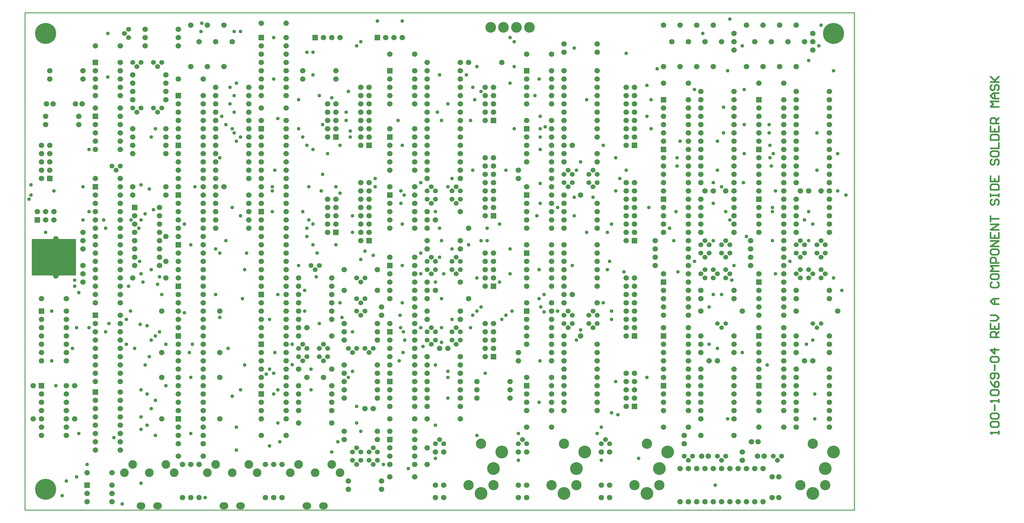
<source format=gts>
%FSLAX25Y25*%
%MOIN*%
G70*
G01*
G75*
G04 Layer_Color=8388736*
%ADD10R,0.53000X0.43500*%
%ADD11C,0.05000*%
%ADD12C,0.01200*%
%ADD13C,0.02500*%
%ADD14C,0.03000*%
%ADD15C,0.04000*%
%ADD16C,0.04500*%
%ADD17C,0.02000*%
%ADD18C,0.01000*%
%ADD19C,0.25000*%
%ADD20C,0.06200*%
%ADD21R,0.06200X0.06200*%
%ADD22R,0.06200X0.06200*%
%ADD23O,0.10000X0.08000*%
%ADD24C,0.10000*%
%ADD25C,0.05500*%
%ADD26C,0.15000*%
%ADD27C,0.12000*%
%ADD28C,0.12500*%
%ADD29C,0.05000*%
%ADD30C,0.04000*%
%ADD31C,0.00800*%
%ADD32C,0.01500*%
%ADD33R,0.53400X0.43900*%
%ADD34C,0.25400*%
%ADD35C,0.06600*%
%ADD36R,0.06600X0.06600*%
%ADD37R,0.06600X0.06600*%
%ADD38O,0.10400X0.08400*%
%ADD39C,0.10400*%
%ADD40O,0.10600X0.08600*%
%ADD41C,0.05900*%
%ADD42C,0.15400*%
%ADD43C,0.12400*%
%ADD44C,0.12900*%
%ADD45C,0.05400*%
%ADD46C,0.04400*%
D17*
X1172900Y91700D02*
Y95032D01*
Y93366D01*
X1162903D01*
X1164569Y91700D01*
Y100031D02*
X1162903Y101697D01*
Y105029D01*
X1164569Y106695D01*
X1171234D01*
X1172900Y105029D01*
Y101697D01*
X1171234Y100031D01*
X1164569D01*
Y110027D02*
X1162903Y111694D01*
Y115026D01*
X1164569Y116692D01*
X1171234D01*
X1172900Y115026D01*
Y111694D01*
X1171234Y110027D01*
X1164569D01*
X1167902Y120024D02*
Y126689D01*
X1172900Y130021D02*
Y133353D01*
Y131687D01*
X1162903D01*
X1164569Y130021D01*
Y138352D02*
X1162903Y140018D01*
Y143350D01*
X1164569Y145016D01*
X1171234D01*
X1172900Y143350D01*
Y140018D01*
X1171234Y138352D01*
X1164569D01*
X1162903Y155013D02*
X1164569Y151681D01*
X1167902Y148348D01*
X1171234D01*
X1172900Y150014D01*
Y153347D01*
X1171234Y155013D01*
X1169568D01*
X1167902Y153347D01*
Y148348D01*
X1171234Y158345D02*
X1172900Y160011D01*
Y163344D01*
X1171234Y165010D01*
X1164569D01*
X1162903Y163344D01*
Y160011D01*
X1164569Y158345D01*
X1166236D01*
X1167902Y160011D01*
Y165010D01*
Y168342D02*
Y175006D01*
X1164569Y178339D02*
X1162903Y180005D01*
Y183337D01*
X1164569Y185003D01*
X1171234D01*
X1172900Y183337D01*
Y180005D01*
X1171234Y178339D01*
X1164569D01*
X1172900Y193334D02*
X1162903D01*
X1167902Y188335D01*
Y195000D01*
X1172900Y208329D02*
X1162903D01*
Y213327D01*
X1164569Y214994D01*
X1167902D01*
X1169568Y213327D01*
Y208329D01*
Y211661D02*
X1172900Y214994D01*
X1162903Y224990D02*
Y218326D01*
X1172900D01*
Y224990D01*
X1167902Y218326D02*
Y221658D01*
X1162903Y228323D02*
X1169568D01*
X1172900Y231655D01*
X1169568Y234987D01*
X1162903D01*
X1172900Y248316D02*
X1166236D01*
X1162903Y251648D01*
X1166236Y254981D01*
X1172900D01*
X1167902D01*
Y248316D01*
X1164569Y274974D02*
X1162903Y273308D01*
Y269976D01*
X1164569Y268310D01*
X1171234D01*
X1172900Y269976D01*
Y273308D01*
X1171234Y274974D01*
X1162903Y283305D02*
Y279973D01*
X1164569Y278306D01*
X1171234D01*
X1172900Y279973D01*
Y283305D01*
X1171234Y284971D01*
X1164569D01*
X1162903Y283305D01*
X1172900Y288303D02*
X1162903D01*
X1166236Y291635D01*
X1162903Y294968D01*
X1172900D01*
Y298300D02*
X1162903D01*
Y303298D01*
X1164569Y304964D01*
X1167902D01*
X1169568Y303298D01*
Y298300D01*
X1162903Y313295D02*
Y309963D01*
X1164569Y308297D01*
X1171234D01*
X1172900Y309963D01*
Y313295D01*
X1171234Y314961D01*
X1164569D01*
X1162903Y313295D01*
X1172900Y318293D02*
X1162903D01*
X1172900Y324958D01*
X1162903D01*
Y334955D02*
Y328290D01*
X1172900D01*
Y334955D01*
X1167902Y328290D02*
Y331623D01*
X1172900Y338287D02*
X1162903D01*
X1172900Y344952D01*
X1162903D01*
Y348284D02*
Y354948D01*
Y351616D01*
X1172900D01*
X1164569Y374942D02*
X1162903Y373276D01*
Y369943D01*
X1164569Y368277D01*
X1166236D01*
X1167902Y369943D01*
Y373276D01*
X1169568Y374942D01*
X1171234D01*
X1172900Y373276D01*
Y369943D01*
X1171234Y368277D01*
X1162903Y378274D02*
Y381606D01*
Y379940D01*
X1172900D01*
Y378274D01*
Y381606D01*
X1162903Y386605D02*
X1172900D01*
Y391603D01*
X1171234Y393269D01*
X1164569D01*
X1162903Y391603D01*
Y386605D01*
Y403266D02*
Y396602D01*
X1172900D01*
Y403266D01*
X1167902Y396602D02*
Y399934D01*
X1164569Y423259D02*
X1162903Y421593D01*
Y418261D01*
X1164569Y416595D01*
X1166236D01*
X1167902Y418261D01*
Y421593D01*
X1169568Y423259D01*
X1171234D01*
X1172900Y421593D01*
Y418261D01*
X1171234Y416595D01*
X1162903Y431590D02*
Y428258D01*
X1164569Y426592D01*
X1171234D01*
X1172900Y428258D01*
Y431590D01*
X1171234Y433256D01*
X1164569D01*
X1162903Y431590D01*
Y436589D02*
X1172900D01*
Y443253D01*
X1162903Y446585D02*
X1172900D01*
Y451584D01*
X1171234Y453250D01*
X1164569D01*
X1162903Y451584D01*
Y446585D01*
Y463247D02*
Y456582D01*
X1172900D01*
Y463247D01*
X1167902Y456582D02*
Y459914D01*
X1172900Y466579D02*
X1162903D01*
Y471577D01*
X1164569Y473243D01*
X1167902D01*
X1169568Y471577D01*
Y466579D01*
Y469911D02*
X1172900Y473243D01*
Y486572D02*
X1162903D01*
X1166236Y489905D01*
X1162903Y493237D01*
X1172900D01*
Y496569D02*
X1166236D01*
X1162903Y499901D01*
X1166236Y503234D01*
X1172900D01*
X1167902D01*
Y496569D01*
X1164569Y513231D02*
X1162903Y511564D01*
Y508232D01*
X1164569Y506566D01*
X1166236D01*
X1167902Y508232D01*
Y511564D01*
X1169568Y513231D01*
X1171234D01*
X1172900Y511564D01*
Y508232D01*
X1171234Y506566D01*
X1162903Y516563D02*
X1172900D01*
X1169568D01*
X1162903Y523227D01*
X1167902Y518229D01*
X1172900Y523227D01*
D18*
X-1500Y0D02*
Y600000D01*
X998500Y0D02*
Y600000D01*
X-1500Y0D02*
X998500D01*
X-1500Y600000D02*
X998500D01*
D33*
X33500Y305000D02*
D03*
D34*
X23500Y25000D02*
D03*
Y575000D02*
D03*
X973500D02*
D03*
D35*
X378500Y570000D02*
D03*
X368500D02*
D03*
X358500D02*
D03*
X73500Y20000D02*
D03*
X103500Y30000D02*
D03*
Y20000D02*
D03*
Y10000D02*
D03*
X73500D02*
D03*
X103500Y45000D02*
D03*
X73500D02*
D03*
X113500Y142500D02*
D03*
Y132500D02*
D03*
Y122500D02*
D03*
Y112500D02*
D03*
Y102500D02*
D03*
Y92500D02*
D03*
Y82500D02*
D03*
Y72500D02*
D03*
X83500D02*
D03*
Y82500D02*
D03*
Y92500D02*
D03*
Y102500D02*
D03*
Y112500D02*
D03*
Y122500D02*
D03*
Y132500D02*
D03*
X58500Y110000D02*
D03*
Y150000D02*
D03*
X8500D02*
D03*
Y110000D02*
D03*
X18500Y130000D02*
D03*
X48500Y150000D02*
D03*
Y140000D02*
D03*
Y130000D02*
D03*
Y120000D02*
D03*
Y110000D02*
D03*
Y100000D02*
D03*
Y90000D02*
D03*
X18500D02*
D03*
Y100000D02*
D03*
Y110000D02*
D03*
Y120000D02*
D03*
Y140000D02*
D03*
X33500Y360000D02*
D03*
X23500D02*
D03*
X13500D02*
D03*
X23500Y350000D02*
D03*
X33500D02*
D03*
X48500Y255000D02*
D03*
X18500D02*
D03*
X113500Y235000D02*
D03*
Y225000D02*
D03*
Y215000D02*
D03*
Y205000D02*
D03*
Y195000D02*
D03*
Y185000D02*
D03*
Y175000D02*
D03*
Y165000D02*
D03*
X83500D02*
D03*
Y175000D02*
D03*
Y185000D02*
D03*
Y195000D02*
D03*
Y205000D02*
D03*
Y215000D02*
D03*
Y225000D02*
D03*
X18500Y220000D02*
D03*
X48500Y240000D02*
D03*
Y230000D02*
D03*
Y220000D02*
D03*
Y210000D02*
D03*
Y200000D02*
D03*
Y190000D02*
D03*
Y180000D02*
D03*
X18500D02*
D03*
Y190000D02*
D03*
Y200000D02*
D03*
Y210000D02*
D03*
Y230000D02*
D03*
X68500Y285000D02*
D03*
Y275000D02*
D03*
Y325000D02*
D03*
Y335000D02*
D03*
X36000Y327500D02*
D03*
Y282500D02*
D03*
X68500Y315000D02*
D03*
Y295000D02*
D03*
X59563Y490000D02*
D03*
X67437D02*
D03*
X113500Y260000D02*
D03*
Y270000D02*
D03*
Y280000D02*
D03*
Y290000D02*
D03*
Y300000D02*
D03*
Y310000D02*
D03*
Y320000D02*
D03*
Y330000D02*
D03*
Y340000D02*
D03*
Y350000D02*
D03*
Y360000D02*
D03*
Y370000D02*
D03*
Y380000D02*
D03*
Y390000D02*
D03*
X83500Y260000D02*
D03*
Y270000D02*
D03*
Y280000D02*
D03*
Y290000D02*
D03*
Y300000D02*
D03*
Y310000D02*
D03*
Y320000D02*
D03*
Y330000D02*
D03*
Y340000D02*
D03*
Y350000D02*
D03*
Y360000D02*
D03*
Y370000D02*
D03*
Y380000D02*
D03*
Y500000D02*
D03*
X113500D02*
D03*
X83500Y465000D02*
D03*
X113500Y475000D02*
D03*
Y465000D02*
D03*
Y455000D02*
D03*
Y445000D02*
D03*
X83500D02*
D03*
Y455000D02*
D03*
Y435000D02*
D03*
X113500D02*
D03*
X63500Y475000D02*
D03*
X23500D02*
D03*
X63500Y465000D02*
D03*
X23500D02*
D03*
X28500Y520000D02*
D03*
X68500D02*
D03*
X18500Y400000D02*
D03*
X28500Y410000D02*
D03*
X18500D02*
D03*
X28500Y420000D02*
D03*
X18500D02*
D03*
X28500Y430000D02*
D03*
X18500D02*
D03*
X28500Y440000D02*
D03*
X18500D02*
D03*
X32437Y490000D02*
D03*
X24563D02*
D03*
X83500Y530000D02*
D03*
X113500Y540000D02*
D03*
Y530000D02*
D03*
Y520000D02*
D03*
Y510000D02*
D03*
X83500D02*
D03*
Y520000D02*
D03*
X28500Y530000D02*
D03*
X68500D02*
D03*
X208500Y15000D02*
D03*
Y55000D02*
D03*
X188500D02*
D03*
Y15000D02*
D03*
X198500D02*
D03*
Y55000D02*
D03*
X163500Y110000D02*
D03*
Y160000D02*
D03*
X113500Y155000D02*
D03*
X83500D02*
D03*
X213500Y210000D02*
D03*
Y200000D02*
D03*
Y190000D02*
D03*
Y180000D02*
D03*
Y170000D02*
D03*
Y160000D02*
D03*
Y150000D02*
D03*
Y140000D02*
D03*
X183500D02*
D03*
Y150000D02*
D03*
Y160000D02*
D03*
Y170000D02*
D03*
Y180000D02*
D03*
Y190000D02*
D03*
Y200000D02*
D03*
Y130000D02*
D03*
X213500D02*
D03*
Y120000D02*
D03*
X183500D02*
D03*
Y100000D02*
D03*
X213500Y110000D02*
D03*
Y100000D02*
D03*
Y90000D02*
D03*
Y80000D02*
D03*
X183500D02*
D03*
Y90000D02*
D03*
Y65000D02*
D03*
X213500D02*
D03*
X233500Y110000D02*
D03*
Y160000D02*
D03*
X163500Y240000D02*
D03*
Y190000D02*
D03*
X233500Y240000D02*
D03*
Y190000D02*
D03*
X161000Y365000D02*
D03*
Y355000D02*
D03*
Y345000D02*
D03*
Y335000D02*
D03*
Y325000D02*
D03*
Y315000D02*
D03*
Y305000D02*
D03*
Y295000D02*
D03*
X131000D02*
D03*
Y305000D02*
D03*
Y315000D02*
D03*
Y325000D02*
D03*
Y335000D02*
D03*
Y345000D02*
D03*
Y355000D02*
D03*
X168500Y280000D02*
D03*
X128500D02*
D03*
X183500Y340000D02*
D03*
X213500D02*
D03*
X183500Y330000D02*
D03*
X213500D02*
D03*
X183500Y310000D02*
D03*
X213500Y320000D02*
D03*
Y310000D02*
D03*
Y300000D02*
D03*
Y290000D02*
D03*
X183500D02*
D03*
Y300000D02*
D03*
X228500Y350000D02*
D03*
X268500D02*
D03*
X228500Y360000D02*
D03*
X268500D02*
D03*
X183500Y260000D02*
D03*
X213500Y270000D02*
D03*
Y260000D02*
D03*
Y250000D02*
D03*
Y240000D02*
D03*
X183500D02*
D03*
Y250000D02*
D03*
Y230000D02*
D03*
X213500D02*
D03*
Y280000D02*
D03*
X183500D02*
D03*
X213500Y220000D02*
D03*
X183500D02*
D03*
X113500Y250000D02*
D03*
X83500D02*
D03*
X168500Y390000D02*
D03*
X128500D02*
D03*
Y430000D02*
D03*
X168500D02*
D03*
Y440000D02*
D03*
X128500D02*
D03*
X168500Y450000D02*
D03*
X128500D02*
D03*
Y460000D02*
D03*
X168500D02*
D03*
Y495000D02*
D03*
X128500D02*
D03*
Y505000D02*
D03*
X168500D02*
D03*
Y515000D02*
D03*
X128500D02*
D03*
X213500Y520000D02*
D03*
X183500D02*
D03*
Y490000D02*
D03*
X213500Y500000D02*
D03*
Y490000D02*
D03*
Y480000D02*
D03*
Y470000D02*
D03*
X183500D02*
D03*
Y480000D02*
D03*
Y460000D02*
D03*
X213500D02*
D03*
Y450000D02*
D03*
X183500D02*
D03*
Y430000D02*
D03*
X213500Y440000D02*
D03*
Y430000D02*
D03*
Y420000D02*
D03*
Y410000D02*
D03*
X183500D02*
D03*
Y420000D02*
D03*
Y400000D02*
D03*
X213500D02*
D03*
X228500Y430000D02*
D03*
X268500D02*
D03*
X228500Y400000D02*
D03*
X268500D02*
D03*
X228500Y480000D02*
D03*
X268500D02*
D03*
X183500Y370000D02*
D03*
X213500Y380000D02*
D03*
Y370000D02*
D03*
Y360000D02*
D03*
Y350000D02*
D03*
X183500D02*
D03*
Y360000D02*
D03*
X228500Y390000D02*
D03*
X238500D02*
D03*
X113500Y485000D02*
D03*
X83500D02*
D03*
X113500Y400000D02*
D03*
X83500D02*
D03*
X128500Y380000D02*
D03*
X168500D02*
D03*
X213500Y390000D02*
D03*
X183500D02*
D03*
X128500Y525000D02*
D03*
X168500D02*
D03*
X143500Y580000D02*
D03*
X183500D02*
D03*
X143500Y570000D02*
D03*
X183500D02*
D03*
X143500Y560000D02*
D03*
X183500D02*
D03*
X248500Y565000D02*
D03*
X238500Y535000D02*
D03*
Y585000D02*
D03*
X228500Y565000D02*
D03*
X218500Y535000D02*
D03*
Y585000D02*
D03*
X208500Y565000D02*
D03*
X198500Y535000D02*
D03*
Y585000D02*
D03*
X113500Y560000D02*
D03*
X83500D02*
D03*
X388500Y35000D02*
D03*
X428500D02*
D03*
X388500Y25000D02*
D03*
X428500D02*
D03*
X288500Y55000D02*
D03*
Y15000D02*
D03*
X308500D02*
D03*
Y55000D02*
D03*
X298500D02*
D03*
Y15000D02*
D03*
X328500Y105000D02*
D03*
X368500D02*
D03*
Y120000D02*
D03*
X328500D02*
D03*
X383500Y95000D02*
D03*
X423500D02*
D03*
X383500Y165000D02*
D03*
X423500D02*
D03*
X383500Y135000D02*
D03*
X423500D02*
D03*
X383500Y145000D02*
D03*
X423500D02*
D03*
X283500Y150000D02*
D03*
X313500D02*
D03*
Y90000D02*
D03*
X283500D02*
D03*
X313500Y160000D02*
D03*
X283500D02*
D03*
Y130000D02*
D03*
X313500Y140000D02*
D03*
Y130000D02*
D03*
Y120000D02*
D03*
Y110000D02*
D03*
X283500D02*
D03*
Y120000D02*
D03*
Y190000D02*
D03*
X313500Y200000D02*
D03*
Y190000D02*
D03*
Y180000D02*
D03*
Y170000D02*
D03*
X283500D02*
D03*
Y180000D02*
D03*
X368500Y150000D02*
D03*
X328500D02*
D03*
X338500Y160000D02*
D03*
X358500D02*
D03*
X328500Y170000D02*
D03*
X368500D02*
D03*
X328500Y210000D02*
D03*
X368500D02*
D03*
X383500Y205000D02*
D03*
X423500D02*
D03*
X368500Y140000D02*
D03*
X328500D02*
D03*
Y130000D02*
D03*
X368500D02*
D03*
X408500Y122500D02*
D03*
X418500D02*
D03*
X283500Y210000D02*
D03*
X313500D02*
D03*
X328500Y270000D02*
D03*
X368500D02*
D03*
Y260000D02*
D03*
X328500D02*
D03*
Y250000D02*
D03*
X368500D02*
D03*
Y240000D02*
D03*
X328500D02*
D03*
Y230000D02*
D03*
X368500D02*
D03*
X283500Y270000D02*
D03*
X313500D02*
D03*
Y220000D02*
D03*
X283500D02*
D03*
Y250000D02*
D03*
X313500Y260000D02*
D03*
Y250000D02*
D03*
Y240000D02*
D03*
Y230000D02*
D03*
X283500D02*
D03*
Y240000D02*
D03*
Y280000D02*
D03*
X313500D02*
D03*
Y360000D02*
D03*
Y350000D02*
D03*
Y340000D02*
D03*
Y330000D02*
D03*
Y320000D02*
D03*
Y310000D02*
D03*
Y300000D02*
D03*
Y290000D02*
D03*
X283500D02*
D03*
Y300000D02*
D03*
Y310000D02*
D03*
Y320000D02*
D03*
Y330000D02*
D03*
Y340000D02*
D03*
Y350000D02*
D03*
X363500Y335000D02*
D03*
X373500Y345000D02*
D03*
X363500D02*
D03*
X373500Y355000D02*
D03*
X363500D02*
D03*
X373500Y365000D02*
D03*
X363500D02*
D03*
X373500Y375000D02*
D03*
X363500D02*
D03*
X403500Y325000D02*
D03*
X413500Y335000D02*
D03*
X403500D02*
D03*
X413500Y345000D02*
D03*
X403500D02*
D03*
X413500Y355000D02*
D03*
X403500D02*
D03*
X413500Y365000D02*
D03*
X403500D02*
D03*
X413500Y375000D02*
D03*
X403500D02*
D03*
X413500Y385000D02*
D03*
X403500D02*
D03*
X413500Y395000D02*
D03*
X403500D02*
D03*
X338500Y220000D02*
D03*
X328500D02*
D03*
X383500Y290000D02*
D03*
X423500D02*
D03*
X383500Y265000D02*
D03*
X423500D02*
D03*
X383500Y225000D02*
D03*
X423500D02*
D03*
X328500Y280000D02*
D03*
X368500D02*
D03*
X383500Y215000D02*
D03*
X423500D02*
D03*
X268500Y340000D02*
D03*
X228500D02*
D03*
X373500Y520000D02*
D03*
X333500D02*
D03*
X313500Y370000D02*
D03*
X283500D02*
D03*
X313500Y470000D02*
D03*
X283500D02*
D03*
Y380000D02*
D03*
X313500D02*
D03*
Y460000D02*
D03*
Y450000D02*
D03*
Y440000D02*
D03*
Y430000D02*
D03*
Y420000D02*
D03*
Y410000D02*
D03*
Y400000D02*
D03*
Y390000D02*
D03*
X283500D02*
D03*
Y400000D02*
D03*
Y410000D02*
D03*
Y420000D02*
D03*
Y430000D02*
D03*
Y440000D02*
D03*
Y450000D02*
D03*
X363500D02*
D03*
X373500Y460000D02*
D03*
X363500D02*
D03*
X373500Y470000D02*
D03*
X363500D02*
D03*
X373500Y480000D02*
D03*
X363500D02*
D03*
X373500Y490000D02*
D03*
X363500D02*
D03*
X403500Y440000D02*
D03*
X413500Y450000D02*
D03*
X403500D02*
D03*
X413500Y460000D02*
D03*
X403500D02*
D03*
X413500Y470000D02*
D03*
X403500D02*
D03*
X413500Y480000D02*
D03*
X403500D02*
D03*
X413500Y490000D02*
D03*
X403500D02*
D03*
X413500Y500000D02*
D03*
X403500D02*
D03*
X413500Y510000D02*
D03*
X403500D02*
D03*
X283500Y485000D02*
D03*
X313500D02*
D03*
X268500Y440000D02*
D03*
X228500D02*
D03*
X268500Y450000D02*
D03*
X228500D02*
D03*
X268500Y410000D02*
D03*
X228500D02*
D03*
X268500Y420000D02*
D03*
X228500D02*
D03*
X268500Y500000D02*
D03*
X228500D02*
D03*
X268500Y510000D02*
D03*
X228500D02*
D03*
X268500Y490000D02*
D03*
X228500D02*
D03*
X268500Y470000D02*
D03*
X228500D02*
D03*
X268500Y460000D02*
D03*
X228500D02*
D03*
X268500Y370000D02*
D03*
X228500D02*
D03*
X268500Y380000D02*
D03*
X228500D02*
D03*
X313500Y587500D02*
D03*
X283500D02*
D03*
X373500Y530000D02*
D03*
X333500D02*
D03*
X313500Y570000D02*
D03*
Y560000D02*
D03*
Y550000D02*
D03*
Y540000D02*
D03*
Y530000D02*
D03*
Y520000D02*
D03*
Y510000D02*
D03*
Y500000D02*
D03*
X283500D02*
D03*
Y510000D02*
D03*
Y520000D02*
D03*
Y530000D02*
D03*
Y540000D02*
D03*
Y550000D02*
D03*
Y560000D02*
D03*
X468500Y40000D02*
D03*
X438500D02*
D03*
X493500Y15000D02*
D03*
X503500D02*
D03*
X493500Y30000D02*
D03*
Y70000D02*
D03*
X483500Y175000D02*
D03*
X523500D02*
D03*
Y185000D02*
D03*
X483500D02*
D03*
X508500Y195000D02*
D03*
X498500D02*
D03*
X483500Y110000D02*
D03*
X523500D02*
D03*
X543500Y135000D02*
D03*
X583500D02*
D03*
X543500Y145000D02*
D03*
X583500D02*
D03*
X423500Y85000D02*
D03*
X383500D02*
D03*
X423500Y175000D02*
D03*
X383500D02*
D03*
X423500Y155000D02*
D03*
X383500D02*
D03*
X523500D02*
D03*
X483500D02*
D03*
Y145000D02*
D03*
X523500D02*
D03*
Y125000D02*
D03*
X483500D02*
D03*
X523500Y135000D02*
D03*
X483500D02*
D03*
X438500Y95000D02*
D03*
X468500D02*
D03*
X438500Y75000D02*
D03*
X468500Y85000D02*
D03*
Y75000D02*
D03*
Y65000D02*
D03*
Y55000D02*
D03*
X438500D02*
D03*
Y65000D02*
D03*
Y145000D02*
D03*
X468500Y155000D02*
D03*
Y145000D02*
D03*
Y135000D02*
D03*
Y125000D02*
D03*
X438500D02*
D03*
Y135000D02*
D03*
X468500Y165000D02*
D03*
X438500D02*
D03*
Y110000D02*
D03*
X468500D02*
D03*
X523500Y165000D02*
D03*
X483500D02*
D03*
X438500Y175000D02*
D03*
X468500D02*
D03*
X553500Y185000D02*
D03*
X563500Y195000D02*
D03*
X553500D02*
D03*
X563500Y205000D02*
D03*
X553500D02*
D03*
X563500Y215000D02*
D03*
X553500D02*
D03*
X563500Y225000D02*
D03*
X553500D02*
D03*
X483500Y75000D02*
D03*
Y55000D02*
D03*
X503500Y70000D02*
D03*
Y30000D02*
D03*
X543500Y155000D02*
D03*
X583500D02*
D03*
X468500Y245000D02*
D03*
X428500D02*
D03*
X468500Y235000D02*
D03*
X428500D02*
D03*
X468500Y225000D02*
D03*
X438500D02*
D03*
X483500Y230000D02*
D03*
X523500D02*
D03*
X483500Y340000D02*
D03*
X533500D02*
D03*
X523500Y240000D02*
D03*
X483500D02*
D03*
Y275000D02*
D03*
X523500D02*
D03*
X483500Y315000D02*
D03*
X523500D02*
D03*
X468500Y305000D02*
D03*
X438500D02*
D03*
Y285000D02*
D03*
X468500Y295000D02*
D03*
Y285000D02*
D03*
Y275000D02*
D03*
Y265000D02*
D03*
X438500D02*
D03*
Y275000D02*
D03*
Y255000D02*
D03*
X468500D02*
D03*
X523500Y325000D02*
D03*
X483500D02*
D03*
Y350000D02*
D03*
X493500D02*
D03*
X483500Y360000D02*
D03*
X523500D02*
D03*
X438500Y205000D02*
D03*
X468500Y215000D02*
D03*
Y205000D02*
D03*
Y195000D02*
D03*
Y185000D02*
D03*
X438500D02*
D03*
Y195000D02*
D03*
X553500Y270000D02*
D03*
X563500Y280000D02*
D03*
X553500D02*
D03*
X563500Y290000D02*
D03*
X553500D02*
D03*
X563500Y300000D02*
D03*
X553500D02*
D03*
X563500Y310000D02*
D03*
X553500D02*
D03*
X438500Y340000D02*
D03*
X468500D02*
D03*
X553500Y355000D02*
D03*
X563500Y365000D02*
D03*
X553500D02*
D03*
X563500Y375000D02*
D03*
X553500D02*
D03*
X563500Y385000D02*
D03*
X553500D02*
D03*
X563500Y395000D02*
D03*
X553500D02*
D03*
X563500Y405000D02*
D03*
X553500D02*
D03*
X563500Y415000D02*
D03*
X553500D02*
D03*
X563500Y425000D02*
D03*
X553500D02*
D03*
X483500Y255000D02*
D03*
X533500D02*
D03*
X493500Y265000D02*
D03*
X483500D02*
D03*
Y490000D02*
D03*
X523500D02*
D03*
Y500000D02*
D03*
X483500D02*
D03*
Y400000D02*
D03*
X523500D02*
D03*
X468500Y390000D02*
D03*
X438500D02*
D03*
Y370000D02*
D03*
X468500Y380000D02*
D03*
Y370000D02*
D03*
Y360000D02*
D03*
Y350000D02*
D03*
X438500D02*
D03*
Y360000D02*
D03*
X523500Y480000D02*
D03*
X483500D02*
D03*
X523500Y470000D02*
D03*
X483500D02*
D03*
X523500Y460000D02*
D03*
X483500D02*
D03*
X523500Y450000D02*
D03*
X483500D02*
D03*
Y410000D02*
D03*
X523500D02*
D03*
X483500Y420000D02*
D03*
X523500D02*
D03*
Y440000D02*
D03*
X483500D02*
D03*
X523500Y430000D02*
D03*
X483500D02*
D03*
X468500Y460000D02*
D03*
X438500D02*
D03*
Y440000D02*
D03*
X468500Y450000D02*
D03*
Y440000D02*
D03*
Y430000D02*
D03*
Y420000D02*
D03*
X438500D02*
D03*
Y430000D02*
D03*
Y410000D02*
D03*
X468500D02*
D03*
X553500Y470000D02*
D03*
X563500Y480000D02*
D03*
X553500D02*
D03*
X563500Y490000D02*
D03*
X553500D02*
D03*
X563500Y500000D02*
D03*
X553500D02*
D03*
X563500Y510000D02*
D03*
X553500D02*
D03*
X438500Y490000D02*
D03*
X468500D02*
D03*
X523500Y520000D02*
D03*
X483500D02*
D03*
X523500Y510000D02*
D03*
X483500D02*
D03*
X453500Y570000D02*
D03*
X443500D02*
D03*
X433500D02*
D03*
X438500Y520000D02*
D03*
X468500Y530000D02*
D03*
Y520000D02*
D03*
Y510000D02*
D03*
Y500000D02*
D03*
X438500D02*
D03*
Y510000D02*
D03*
X468500Y550000D02*
D03*
X438500D02*
D03*
X523500Y530000D02*
D03*
X483500D02*
D03*
X523500Y540000D02*
D03*
X483500D02*
D03*
X593500Y15000D02*
D03*
X603500D02*
D03*
X593500Y30000D02*
D03*
Y70000D02*
D03*
X693500Y30000D02*
D03*
Y70000D02*
D03*
Y15000D02*
D03*
X703500D02*
D03*
X648500Y160000D02*
D03*
X688500D02*
D03*
X593500Y180000D02*
D03*
X633500D02*
D03*
Y190000D02*
D03*
X593500D02*
D03*
X688500D02*
D03*
X648500D02*
D03*
X688500Y180000D02*
D03*
X648500D02*
D03*
X688500Y150000D02*
D03*
X648500D02*
D03*
X603500Y140000D02*
D03*
X633500Y150000D02*
D03*
Y140000D02*
D03*
Y130000D02*
D03*
Y120000D02*
D03*
X603500D02*
D03*
Y130000D02*
D03*
Y100000D02*
D03*
X633500D02*
D03*
Y160000D02*
D03*
X603500D02*
D03*
X648500Y210000D02*
D03*
X668500D02*
D03*
X688500Y200000D02*
D03*
X648500D02*
D03*
X603500D02*
D03*
X633500D02*
D03*
X603500Y70000D02*
D03*
Y30000D02*
D03*
X703500Y70000D02*
D03*
Y30000D02*
D03*
X688500Y120000D02*
D03*
X648500D02*
D03*
X688500Y130000D02*
D03*
X648500D02*
D03*
X688500Y140000D02*
D03*
X648500D02*
D03*
Y170000D02*
D03*
X688500D02*
D03*
X603500Y300000D02*
D03*
X633500Y310000D02*
D03*
Y300000D02*
D03*
Y290000D02*
D03*
Y280000D02*
D03*
X603500D02*
D03*
Y290000D02*
D03*
X688500Y360000D02*
D03*
X648500D02*
D03*
X688500Y340000D02*
D03*
X648500D02*
D03*
X688500Y350000D02*
D03*
X648500D02*
D03*
X603500Y340000D02*
D03*
X633500D02*
D03*
X648500Y300000D02*
D03*
X688500D02*
D03*
Y290000D02*
D03*
X648500D02*
D03*
X688500Y280000D02*
D03*
X648500D02*
D03*
X688500Y310000D02*
D03*
X648500D02*
D03*
Y270000D02*
D03*
X688500D02*
D03*
X648500Y260000D02*
D03*
X658500D02*
D03*
X648500Y250000D02*
D03*
X688500D02*
D03*
X648500Y320000D02*
D03*
X688500D02*
D03*
X603500Y270000D02*
D03*
X633500D02*
D03*
Y250000D02*
D03*
X603500D02*
D03*
Y230000D02*
D03*
X633500Y240000D02*
D03*
Y230000D02*
D03*
Y220000D02*
D03*
Y210000D02*
D03*
X603500D02*
D03*
Y220000D02*
D03*
X633500Y320000D02*
D03*
X603500D02*
D03*
X688500Y370000D02*
D03*
X648500D02*
D03*
X668500Y380000D02*
D03*
X648500D02*
D03*
Y420000D02*
D03*
X688500D02*
D03*
X648500Y440000D02*
D03*
X658500D02*
D03*
X648500Y430000D02*
D03*
X688500D02*
D03*
Y450000D02*
D03*
X648500D02*
D03*
X688500Y460000D02*
D03*
X648500D02*
D03*
X688500Y470000D02*
D03*
X648500D02*
D03*
X593500Y410000D02*
D03*
X633500D02*
D03*
X603500Y420000D02*
D03*
X633500D02*
D03*
X603500Y450000D02*
D03*
X633500Y460000D02*
D03*
Y450000D02*
D03*
Y440000D02*
D03*
Y430000D02*
D03*
X603500D02*
D03*
Y440000D02*
D03*
X633500Y470000D02*
D03*
X603500D02*
D03*
X593500Y400000D02*
D03*
X633500D02*
D03*
Y390000D02*
D03*
X603500D02*
D03*
Y370000D02*
D03*
X633500Y380000D02*
D03*
Y370000D02*
D03*
Y360000D02*
D03*
Y350000D02*
D03*
X603500D02*
D03*
Y360000D02*
D03*
X688500Y480000D02*
D03*
X648500D02*
D03*
X603500Y490000D02*
D03*
X633500D02*
D03*
X688500Y520000D02*
D03*
X648500D02*
D03*
X688500Y510000D02*
D03*
X648500D02*
D03*
X688500Y500000D02*
D03*
X648500D02*
D03*
X688500Y490000D02*
D03*
X648500D02*
D03*
X573500Y540000D02*
D03*
X533500D02*
D03*
X688500Y552500D02*
D03*
X648500D02*
D03*
X688500Y562500D02*
D03*
X648500D02*
D03*
X633500Y550000D02*
D03*
X603500D02*
D03*
Y520000D02*
D03*
X633500Y530000D02*
D03*
Y520000D02*
D03*
Y510000D02*
D03*
Y500000D02*
D03*
X603500D02*
D03*
Y510000D02*
D03*
X648500Y530000D02*
D03*
X688500D02*
D03*
X838500Y50000D02*
D03*
Y10000D02*
D03*
X858500D02*
D03*
Y50000D02*
D03*
X828500Y10000D02*
D03*
Y50000D02*
D03*
X808500Y10000D02*
D03*
Y50000D02*
D03*
X798500Y10000D02*
D03*
Y50000D02*
D03*
X788500Y10000D02*
D03*
Y50000D02*
D03*
X848500D02*
D03*
Y10000D02*
D03*
X868500Y50000D02*
D03*
Y10000D02*
D03*
X878500Y50000D02*
D03*
Y10000D02*
D03*
X818500Y50000D02*
D03*
Y10000D02*
D03*
X793500Y90000D02*
D03*
Y80000D02*
D03*
X723500Y210000D02*
D03*
X733500Y220000D02*
D03*
X723500D02*
D03*
X733500Y230000D02*
D03*
X723500D02*
D03*
X733500Y240000D02*
D03*
X723500D02*
D03*
X733500Y250000D02*
D03*
X723500D02*
D03*
X733500Y260000D02*
D03*
X723500D02*
D03*
X733500Y270000D02*
D03*
X723500D02*
D03*
X733500Y280000D02*
D03*
X723500D02*
D03*
Y125000D02*
D03*
X733500Y135000D02*
D03*
X723500D02*
D03*
X733500Y145000D02*
D03*
X723500D02*
D03*
X733500Y155000D02*
D03*
X723500D02*
D03*
X733500Y165000D02*
D03*
X723500D02*
D03*
X853500Y210000D02*
D03*
X813500D02*
D03*
X853500Y200000D02*
D03*
X813500D02*
D03*
X853500Y190000D02*
D03*
X813500D02*
D03*
X768500Y100000D02*
D03*
X798500D02*
D03*
X822437Y65000D02*
D03*
X814563D02*
D03*
X768500Y200000D02*
D03*
X798500Y210000D02*
D03*
Y200000D02*
D03*
Y190000D02*
D03*
Y180000D02*
D03*
X768500D02*
D03*
Y190000D02*
D03*
Y170000D02*
D03*
X798500D02*
D03*
Y160000D02*
D03*
X768500D02*
D03*
X853500Y170000D02*
D03*
X813500D02*
D03*
X853500Y160000D02*
D03*
X813500D02*
D03*
Y150000D02*
D03*
X853500D02*
D03*
X813500Y140000D02*
D03*
X853500D02*
D03*
Y130000D02*
D03*
X813500D02*
D03*
X853500Y120000D02*
D03*
X813500D02*
D03*
Y110000D02*
D03*
X853500D02*
D03*
X768500Y140000D02*
D03*
X798500Y150000D02*
D03*
Y140000D02*
D03*
Y130000D02*
D03*
Y120000D02*
D03*
X768500D02*
D03*
Y130000D02*
D03*
X883500Y100000D02*
D03*
X913500D02*
D03*
X883500Y140000D02*
D03*
X913500Y150000D02*
D03*
Y140000D02*
D03*
Y130000D02*
D03*
Y120000D02*
D03*
X883500D02*
D03*
Y130000D02*
D03*
Y170000D02*
D03*
X913500D02*
D03*
X883500Y200000D02*
D03*
X913500Y210000D02*
D03*
Y200000D02*
D03*
Y190000D02*
D03*
Y180000D02*
D03*
X883500D02*
D03*
Y190000D02*
D03*
X863500Y70000D02*
D03*
Y60000D02*
D03*
X823500Y180000D02*
D03*
X833500D02*
D03*
X882437Y82500D02*
D03*
X874563D02*
D03*
X813500Y90000D02*
D03*
X853500D02*
D03*
Y255000D02*
D03*
X813500D02*
D03*
X863500Y240000D02*
D03*
X813500D02*
D03*
X758500Y325000D02*
D03*
X798500D02*
D03*
Y315000D02*
D03*
X758500D02*
D03*
X873500Y325000D02*
D03*
X913500D02*
D03*
X798500Y295000D02*
D03*
X758500D02*
D03*
X798500Y305000D02*
D03*
X758500D02*
D03*
X813500Y335000D02*
D03*
X853500D02*
D03*
X813500Y265000D02*
D03*
X853500D02*
D03*
X798500Y285000D02*
D03*
X768500D02*
D03*
Y265000D02*
D03*
X798500Y275000D02*
D03*
Y265000D02*
D03*
Y255000D02*
D03*
Y245000D02*
D03*
X768500D02*
D03*
Y255000D02*
D03*
Y235000D02*
D03*
X798500D02*
D03*
Y220000D02*
D03*
X768500D02*
D03*
Y335000D02*
D03*
X798500D02*
D03*
X883500Y265000D02*
D03*
X913500Y275000D02*
D03*
Y265000D02*
D03*
Y255000D02*
D03*
Y245000D02*
D03*
X883500D02*
D03*
Y255000D02*
D03*
Y235000D02*
D03*
X913500D02*
D03*
X853500Y365000D02*
D03*
X813500D02*
D03*
X853500Y355000D02*
D03*
X813500D02*
D03*
X853500Y345000D02*
D03*
X813500D02*
D03*
X883500Y335000D02*
D03*
X913500D02*
D03*
X723500Y325000D02*
D03*
X733500Y335000D02*
D03*
X723500D02*
D03*
X733500Y345000D02*
D03*
X723500D02*
D03*
X733500Y355000D02*
D03*
X723500D02*
D03*
X733500Y365000D02*
D03*
X723500D02*
D03*
X733500Y375000D02*
D03*
X723500D02*
D03*
X733500Y385000D02*
D03*
X723500D02*
D03*
X733500Y395000D02*
D03*
X723500D02*
D03*
X883500Y455000D02*
D03*
X913500D02*
D03*
X853500Y395000D02*
D03*
X813500D02*
D03*
X843500Y385000D02*
D03*
X853500D02*
D03*
X813500Y405000D02*
D03*
X853500D02*
D03*
Y415000D02*
D03*
X813500D02*
D03*
Y425000D02*
D03*
X853500D02*
D03*
Y435000D02*
D03*
X813500D02*
D03*
X853500Y445000D02*
D03*
X813500D02*
D03*
X853500Y455000D02*
D03*
X813500D02*
D03*
X853500Y475000D02*
D03*
X813500D02*
D03*
X853500Y485000D02*
D03*
X813500D02*
D03*
X853500Y495000D02*
D03*
X813500D02*
D03*
X853500Y505000D02*
D03*
X813500D02*
D03*
X768500Y365000D02*
D03*
X798500Y375000D02*
D03*
Y365000D02*
D03*
Y355000D02*
D03*
Y345000D02*
D03*
X768500D02*
D03*
Y355000D02*
D03*
X798500Y385000D02*
D03*
X768500D02*
D03*
Y395000D02*
D03*
X798500D02*
D03*
X768500Y425000D02*
D03*
X798500Y435000D02*
D03*
Y425000D02*
D03*
Y415000D02*
D03*
Y405000D02*
D03*
X768500D02*
D03*
Y415000D02*
D03*
X798500Y445000D02*
D03*
X768500D02*
D03*
Y455000D02*
D03*
X798500D02*
D03*
X768500Y485000D02*
D03*
X798500Y495000D02*
D03*
Y485000D02*
D03*
Y475000D02*
D03*
Y465000D02*
D03*
X768500D02*
D03*
Y475000D02*
D03*
X798500Y515000D02*
D03*
X768500D02*
D03*
X853500Y375000D02*
D03*
X813500D02*
D03*
X883500Y485000D02*
D03*
X913500Y495000D02*
D03*
Y485000D02*
D03*
Y475000D02*
D03*
Y465000D02*
D03*
X883500D02*
D03*
Y475000D02*
D03*
Y425000D02*
D03*
X913500Y435000D02*
D03*
Y425000D02*
D03*
Y415000D02*
D03*
Y405000D02*
D03*
X883500D02*
D03*
Y415000D02*
D03*
Y395000D02*
D03*
X913500D02*
D03*
X883500Y365000D02*
D03*
X913500Y375000D02*
D03*
Y365000D02*
D03*
Y355000D02*
D03*
Y345000D02*
D03*
X883500D02*
D03*
Y355000D02*
D03*
X723500Y440000D02*
D03*
X733500Y450000D02*
D03*
X723500D02*
D03*
X733500Y460000D02*
D03*
X723500D02*
D03*
X733500Y470000D02*
D03*
X723500D02*
D03*
X733500Y480000D02*
D03*
X723500D02*
D03*
X733500Y490000D02*
D03*
X723500D02*
D03*
X733500Y500000D02*
D03*
X723500D02*
D03*
X733500Y510000D02*
D03*
X723500D02*
D03*
X853500Y465000D02*
D03*
X813500D02*
D03*
X828500Y385000D02*
D03*
X818500D02*
D03*
X878500Y565000D02*
D03*
X868500Y535000D02*
D03*
Y585000D02*
D03*
X853500Y575000D02*
D03*
Y565000D02*
D03*
Y555000D02*
D03*
X838500Y565000D02*
D03*
X828500Y535000D02*
D03*
Y585000D02*
D03*
X818500Y565000D02*
D03*
X808500Y535000D02*
D03*
Y585000D02*
D03*
X798500Y565000D02*
D03*
X788500Y535000D02*
D03*
Y585000D02*
D03*
X778500Y565000D02*
D03*
X768500Y535000D02*
D03*
Y585000D02*
D03*
X907437Y15000D02*
D03*
X899563D02*
D03*
X907437Y40000D02*
D03*
X899563D02*
D03*
X888500Y10000D02*
D03*
Y50000D02*
D03*
X968500Y210000D02*
D03*
X928500D02*
D03*
X968500Y200000D02*
D03*
X928500D02*
D03*
X968500Y190000D02*
D03*
X928500D02*
D03*
X889937Y65000D02*
D03*
X882063D02*
D03*
X968500Y170000D02*
D03*
X928500D02*
D03*
X968500Y160000D02*
D03*
X928500D02*
D03*
Y150000D02*
D03*
X968500D02*
D03*
X928500Y140000D02*
D03*
X968500D02*
D03*
Y130000D02*
D03*
X928500D02*
D03*
X968500Y120000D02*
D03*
X928500D02*
D03*
Y100000D02*
D03*
X968500D02*
D03*
X913500Y160000D02*
D03*
X883500D02*
D03*
X938500Y180000D02*
D03*
X948500D02*
D03*
X928500Y110000D02*
D03*
X968500D02*
D03*
X978500Y240000D02*
D03*
X928500D02*
D03*
X968500Y255000D02*
D03*
X928500D02*
D03*
X913500Y315000D02*
D03*
X873500D02*
D03*
X913500Y305000D02*
D03*
X873500D02*
D03*
X913500Y295000D02*
D03*
X873500D02*
D03*
X928500Y335000D02*
D03*
X968500D02*
D03*
X928500Y265000D02*
D03*
X968500D02*
D03*
X913500Y285000D02*
D03*
X883500D02*
D03*
X968500Y365000D02*
D03*
X928500D02*
D03*
X968500Y355000D02*
D03*
X928500D02*
D03*
X968500Y345000D02*
D03*
X928500D02*
D03*
X913500Y220000D02*
D03*
X883500D02*
D03*
X913500Y385000D02*
D03*
X883500D02*
D03*
X913500Y445000D02*
D03*
X883500D02*
D03*
X968500Y395000D02*
D03*
X928500D02*
D03*
X968500Y385000D02*
D03*
X958500D02*
D03*
X933500D02*
D03*
X943500D02*
D03*
X968500Y375000D02*
D03*
X928500D02*
D03*
X913500Y515000D02*
D03*
X883500D02*
D03*
X968500Y505000D02*
D03*
X928500D02*
D03*
X968500Y495000D02*
D03*
X928500D02*
D03*
X968500Y485000D02*
D03*
X928500D02*
D03*
X968500Y475000D02*
D03*
X928500D02*
D03*
X968500Y465000D02*
D03*
X928500D02*
D03*
X968500Y455000D02*
D03*
X928500D02*
D03*
X968500Y445000D02*
D03*
X928500D02*
D03*
X968500Y435000D02*
D03*
X928500D02*
D03*
Y425000D02*
D03*
X968500D02*
D03*
Y415000D02*
D03*
X928500D02*
D03*
Y405000D02*
D03*
X968500D02*
D03*
X918500Y565000D02*
D03*
X908500Y535000D02*
D03*
Y585000D02*
D03*
X938500Y565000D02*
D03*
X928500Y535000D02*
D03*
Y585000D02*
D03*
X898500Y565000D02*
D03*
X888500Y535000D02*
D03*
Y585000D02*
D03*
X948500Y575000D02*
D03*
Y565000D02*
D03*
Y555000D02*
D03*
X168500Y300000D02*
D03*
Y330000D02*
D03*
D36*
X348500Y570000D02*
D03*
X73500Y30000D02*
D03*
X83500Y142500D02*
D03*
X18500Y150000D02*
D03*
X83500Y235000D02*
D03*
X18500Y240000D02*
D03*
X83500Y475000D02*
D03*
Y540000D02*
D03*
X183500Y210000D02*
D03*
Y110000D02*
D03*
X131000Y365000D02*
D03*
X183500Y320000D02*
D03*
Y270000D02*
D03*
Y500000D02*
D03*
Y440000D02*
D03*
Y380000D02*
D03*
X283500Y140000D02*
D03*
Y200000D02*
D03*
Y260000D02*
D03*
Y360000D02*
D03*
Y460000D02*
D03*
Y570000D02*
D03*
X438500Y85000D02*
D03*
Y155000D02*
D03*
Y295000D02*
D03*
Y215000D02*
D03*
Y380000D02*
D03*
Y450000D02*
D03*
X423500Y570000D02*
D03*
X438500Y530000D02*
D03*
X603500Y150000D02*
D03*
Y310000D02*
D03*
Y240000D02*
D03*
Y460000D02*
D03*
Y380000D02*
D03*
Y530000D02*
D03*
X768500Y210000D02*
D03*
Y150000D02*
D03*
X883500D02*
D03*
Y210000D02*
D03*
X768500Y275000D02*
D03*
X883500D02*
D03*
X768500Y375000D02*
D03*
Y435000D02*
D03*
Y495000D02*
D03*
X883500D02*
D03*
Y435000D02*
D03*
Y375000D02*
D03*
D37*
X13500Y350000D02*
D03*
X83500Y390000D02*
D03*
X28500Y400000D02*
D03*
X373500Y335000D02*
D03*
X413500Y325000D02*
D03*
X373500Y450000D02*
D03*
X413500Y440000D02*
D03*
X563500Y185000D02*
D03*
Y270000D02*
D03*
Y355000D02*
D03*
Y470000D02*
D03*
X733500Y210000D02*
D03*
Y125000D02*
D03*
Y325000D02*
D03*
Y440000D02*
D03*
D38*
X158500Y5000D02*
D03*
X138500D02*
D03*
X258500D02*
D03*
X358500D02*
D03*
X338500D02*
D03*
D39*
X118500Y45000D02*
D03*
X178500D02*
D03*
X168500Y55000D02*
D03*
X128500D02*
D03*
X148500Y45000D02*
D03*
X218500D02*
D03*
X278500D02*
D03*
X268500Y55000D02*
D03*
X228500D02*
D03*
X248500Y45000D02*
D03*
X318500D02*
D03*
X378500D02*
D03*
X368500Y55000D02*
D03*
X328500D02*
D03*
X348500Y45000D02*
D03*
D40*
X238500Y5000D02*
D03*
D41*
X153500Y485000D02*
D03*
X158500Y480000D02*
D03*
X163500Y485000D02*
D03*
X128500D02*
D03*
X133500Y480000D02*
D03*
X138500Y485000D02*
D03*
X103500Y415000D02*
D03*
X108500Y410000D02*
D03*
X113500Y415000D02*
D03*
X153500Y540000D02*
D03*
X158500Y535000D02*
D03*
X163500Y540000D02*
D03*
X128500D02*
D03*
X133500Y535000D02*
D03*
X138500Y540000D02*
D03*
X123500Y580000D02*
D03*
X118500Y575000D02*
D03*
X123500Y570000D02*
D03*
X393500Y60000D02*
D03*
X398500Y55000D02*
D03*
X403500Y60000D02*
D03*
X363500Y195000D02*
D03*
X358500Y200000D02*
D03*
X353500Y195000D02*
D03*
X338500D02*
D03*
X333500Y200000D02*
D03*
X328500Y195000D02*
D03*
X403500Y70000D02*
D03*
X398500Y75000D02*
D03*
X393500Y70000D02*
D03*
X353500Y185000D02*
D03*
X358500Y180000D02*
D03*
X363500Y185000D02*
D03*
X328500D02*
D03*
X333500Y180000D02*
D03*
X338500Y185000D02*
D03*
X388500Y195000D02*
D03*
X393500Y190000D02*
D03*
X398500Y195000D02*
D03*
X408500D02*
D03*
X413500Y190000D02*
D03*
X418500Y195000D02*
D03*
X398500Y280000D02*
D03*
X403500Y275000D02*
D03*
X408500Y280000D02*
D03*
X398500Y255000D02*
D03*
X403500Y250000D02*
D03*
X408500Y255000D02*
D03*
X398500Y240000D02*
D03*
X403500Y235000D02*
D03*
X408500Y240000D02*
D03*
X343500Y295000D02*
D03*
X348500Y290000D02*
D03*
X353500Y295000D02*
D03*
X413500Y60000D02*
D03*
X418500Y55000D02*
D03*
X423500Y60000D02*
D03*
X513500Y205000D02*
D03*
X518500Y200000D02*
D03*
X523500Y205000D02*
D03*
X483500D02*
D03*
X488500Y200000D02*
D03*
X493500Y205000D02*
D03*
X503500Y80000D02*
D03*
X498500Y85000D02*
D03*
X493500Y80000D02*
D03*
X423500Y70000D02*
D03*
X418500Y75000D02*
D03*
X413500Y70000D02*
D03*
X523500Y215000D02*
D03*
X518500Y220000D02*
D03*
X513500Y215000D02*
D03*
X493500D02*
D03*
X488500Y220000D02*
D03*
X483500Y215000D02*
D03*
X513500Y290000D02*
D03*
X518500Y285000D02*
D03*
X523500Y290000D02*
D03*
Y300000D02*
D03*
X518500Y305000D02*
D03*
X513500Y300000D02*
D03*
X493500D02*
D03*
X488500Y305000D02*
D03*
X483500Y300000D02*
D03*
Y290000D02*
D03*
X488500Y285000D02*
D03*
X493500Y290000D02*
D03*
X523500Y385000D02*
D03*
X518500Y390000D02*
D03*
X513500Y385000D02*
D03*
X493500D02*
D03*
X488500Y390000D02*
D03*
X483500Y385000D02*
D03*
X513500Y375000D02*
D03*
X518500Y370000D02*
D03*
X523500Y375000D02*
D03*
X483500D02*
D03*
X488500Y370000D02*
D03*
X493500Y375000D02*
D03*
X603500Y80000D02*
D03*
X598500Y85000D02*
D03*
X593500Y80000D02*
D03*
X703500D02*
D03*
X698500Y85000D02*
D03*
X693500Y80000D02*
D03*
X688500Y235000D02*
D03*
X683500Y240000D02*
D03*
X678500Y235000D02*
D03*
Y225000D02*
D03*
X683500Y220000D02*
D03*
X688500Y225000D02*
D03*
X648500D02*
D03*
X653500Y220000D02*
D03*
X658500Y225000D02*
D03*
Y235000D02*
D03*
X653500Y240000D02*
D03*
X648500Y235000D02*
D03*
X678500Y395000D02*
D03*
X683500Y390000D02*
D03*
X688500Y395000D02*
D03*
X648500D02*
D03*
X653500Y390000D02*
D03*
X658500Y395000D02*
D03*
X688500Y405000D02*
D03*
X683500Y410000D02*
D03*
X678500Y405000D02*
D03*
X658500D02*
D03*
X653500Y410000D02*
D03*
X648500Y405000D02*
D03*
X793500Y65000D02*
D03*
X798500Y60000D02*
D03*
X803500Y65000D02*
D03*
X833500D02*
D03*
X838500Y60000D02*
D03*
X843500Y65000D02*
D03*
X813500Y310000D02*
D03*
X818500Y305000D02*
D03*
X823500Y310000D02*
D03*
X838500D02*
D03*
X843500Y305000D02*
D03*
X848500Y310000D02*
D03*
X843500Y280000D02*
D03*
X848500Y285000D02*
D03*
X843500Y290000D02*
D03*
X848500Y320000D02*
D03*
X843500Y325000D02*
D03*
X838500Y320000D02*
D03*
X823500D02*
D03*
X818500Y325000D02*
D03*
X813500Y320000D02*
D03*
X818500Y290000D02*
D03*
X813500Y285000D02*
D03*
X818500Y280000D02*
D03*
X828500D02*
D03*
X833500Y285000D02*
D03*
X828500Y290000D02*
D03*
X901000Y65000D02*
D03*
X906000Y60000D02*
D03*
X911000Y65000D02*
D03*
X958500Y280000D02*
D03*
X963500Y285000D02*
D03*
X958500Y290000D02*
D03*
X963500Y320000D02*
D03*
X958500Y325000D02*
D03*
X953500Y320000D02*
D03*
X938500D02*
D03*
X933500Y325000D02*
D03*
X928500Y320000D02*
D03*
Y310000D02*
D03*
X933500Y305000D02*
D03*
X938500Y310000D02*
D03*
X953500D02*
D03*
X958500Y305000D02*
D03*
X963500Y310000D02*
D03*
X933500Y290000D02*
D03*
X928500Y285000D02*
D03*
X933500Y280000D02*
D03*
X943500D02*
D03*
X948500Y285000D02*
D03*
X943500Y290000D02*
D03*
D42*
X548500Y20000D02*
D03*
X573500Y70000D02*
D03*
X563500Y50000D02*
D03*
X648500Y20000D02*
D03*
X673500Y70000D02*
D03*
X663500Y50000D02*
D03*
X748500Y20000D02*
D03*
X773500Y70000D02*
D03*
X763500Y50000D02*
D03*
X948500Y20000D02*
D03*
X973500Y70000D02*
D03*
X963500Y50000D02*
D03*
D43*
X548500Y80000D02*
D03*
X533500Y30000D02*
D03*
X563500D02*
D03*
X648500Y80000D02*
D03*
X633500Y30000D02*
D03*
X663500D02*
D03*
X748500Y80000D02*
D03*
X733500Y30000D02*
D03*
X763500D02*
D03*
X948500Y80000D02*
D03*
X933500Y30000D02*
D03*
X963500D02*
D03*
D44*
X575700Y582500D02*
D03*
X606900D02*
D03*
X560100D02*
D03*
X591300D02*
D03*
D45*
X843500Y225000D02*
D03*
X838500Y220000D02*
D03*
X833500Y225000D02*
D03*
X958500D02*
D03*
X953500Y220000D02*
D03*
X948500Y225000D02*
D03*
D46*
X988500Y380000D02*
D03*
X973500Y280000D02*
D03*
X983500Y265000D02*
D03*
X978500Y430000D02*
D03*
Y385000D02*
D03*
X973500Y530000D02*
D03*
X951000Y110000D02*
D03*
Y140000D02*
D03*
X948500Y205000D02*
D03*
Y345000D02*
D03*
X953500Y410000D02*
D03*
Y455000D02*
D03*
X956000Y560000D02*
D03*
X958500Y585000D02*
D03*
X941000Y200000D02*
D03*
X938500Y350000D02*
D03*
X943500Y360000D02*
D03*
Y325000D02*
D03*
Y542500D02*
D03*
X921000Y300000D02*
D03*
X893500Y175000D02*
D03*
X903500Y285000D02*
D03*
X900000Y365000D02*
D03*
Y325000D02*
D03*
Y360000D02*
D03*
X897000Y440000D02*
D03*
Y425000D02*
D03*
X896000Y455000D02*
D03*
Y465000D02*
D03*
X903500Y385000D02*
D03*
X898500Y415000D02*
D03*
X901000Y430000D02*
D03*
X868500Y330000D02*
D03*
X863500Y190000D02*
D03*
X851000Y277500D02*
D03*
X853500Y295000D02*
D03*
X865000Y395000D02*
D03*
X866000Y465000D02*
D03*
Y507500D02*
D03*
Y430000D02*
D03*
X863500Y560000D02*
D03*
X831000Y30000D02*
D03*
X833500Y195000D02*
D03*
X846000Y110000D02*
D03*
X843500Y360000D02*
D03*
X848500Y350000D02*
D03*
X838500Y260000D02*
D03*
X841000Y486000D02*
D03*
X833500Y445000D02*
D03*
Y410000D02*
D03*
X841000Y455000D02*
D03*
X838500Y390000D02*
D03*
X846000Y530000D02*
D03*
X848500Y592500D02*
D03*
X823500Y200000D02*
D03*
Y245000D02*
D03*
X828500Y260000D02*
D03*
Y325000D02*
D03*
Y370000D02*
D03*
Y395000D02*
D03*
X816000Y575000D02*
D03*
X806000Y300000D02*
D03*
Y507500D02*
D03*
X786000Y287500D02*
D03*
X783500Y360000D02*
D03*
X781000Y325000D02*
D03*
X776000Y340000D02*
D03*
X785000Y425000D02*
D03*
Y415000D02*
D03*
X788500Y445000D02*
D03*
X751000Y365000D02*
D03*
X753500Y460000D02*
D03*
Y495000D02*
D03*
X761000Y532500D02*
D03*
X738500Y62500D02*
D03*
X748500Y160000D02*
D03*
Y512500D02*
D03*
Y475000D02*
D03*
X713500Y115000D02*
D03*
X721000Y287500D02*
D03*
X723500Y410000D02*
D03*
X716000Y400000D02*
D03*
X723500Y551000D02*
D03*
X693500Y100000D02*
D03*
X706000Y117500D02*
D03*
X711000Y155000D02*
D03*
X693500Y60000D02*
D03*
X706000Y345000D02*
D03*
X701000Y335000D02*
D03*
Y290000D02*
D03*
X706000Y230000D02*
D03*
Y240000D02*
D03*
X703500Y300000D02*
D03*
X696000Y250000D02*
D03*
X711000Y385000D02*
D03*
Y425000D02*
D03*
X696000Y440000D02*
D03*
X688500Y92500D02*
D03*
X676000Y335000D02*
D03*
X683500Y377500D02*
D03*
X676000Y495000D02*
D03*
X663500Y205000D02*
D03*
X661000Y355000D02*
D03*
X668500Y217500D02*
D03*
X658500Y295000D02*
D03*
X661000Y377500D02*
D03*
X663500Y410000D02*
D03*
X668500Y420000D02*
D03*
X661000Y557500D02*
D03*
X641000Y240000D02*
D03*
Y365000D02*
D03*
X618500Y130000D02*
D03*
X619500Y180000D02*
D03*
X620500Y245000D02*
D03*
X624500Y239000D02*
D03*
Y260000D02*
D03*
X616000Y355000D02*
D03*
X618500Y290000D02*
D03*
Y255000D02*
D03*
X620000Y394000D02*
D03*
Y370000D02*
D03*
Y475000D02*
D03*
Y460000D02*
D03*
X626000Y462500D02*
D03*
X620000Y450000D02*
D03*
Y435000D02*
D03*
X618500Y520000D02*
D03*
X613500Y500000D02*
D03*
X593500Y92500D02*
D03*
Y60000D02*
D03*
X583500Y285000D02*
D03*
Y315000D02*
D03*
X586000Y240000D02*
D03*
X578500Y235000D02*
D03*
X583500Y515000D02*
D03*
X578500Y410000D02*
D03*
X588500Y460000D02*
D03*
Y565000D02*
D03*
Y535000D02*
D03*
X583500Y570000D02*
D03*
X556000Y325000D02*
D03*
Y340000D02*
D03*
X571000Y275000D02*
D03*
Y345000D02*
D03*
X573500Y230000D02*
D03*
X543500Y90000D02*
D03*
X553500Y165000D02*
D03*
X543500Y280000D02*
D03*
Y240000D02*
D03*
X548500Y325000D02*
D03*
Y245000D02*
D03*
X538500Y235000D02*
D03*
X536000Y220000D02*
D03*
X548500Y505000D02*
D03*
X541000Y495000D02*
D03*
X538500Y510000D02*
D03*
Y410000D02*
D03*
X536000Y470000D02*
D03*
X543500Y535000D02*
D03*
X533500Y320000D02*
D03*
X531000Y525000D02*
D03*
X501000Y202500D02*
D03*
X508500Y160000D02*
D03*
Y135000D02*
D03*
Y167500D02*
D03*
X501000Y220000D02*
D03*
Y325000D02*
D03*
X513500Y315000D02*
D03*
X503500Y285000D02*
D03*
X498500Y305000D02*
D03*
X501000Y255000D02*
D03*
X513500Y230000D02*
D03*
X498500Y340000D02*
D03*
X501000Y470000D02*
D03*
X513500Y400000D02*
D03*
X508500Y490000D02*
D03*
Y390000D02*
D03*
X498500Y525000D02*
D03*
X478500Y197500D02*
D03*
X493500Y102500D02*
D03*
Y62500D02*
D03*
Y175000D02*
D03*
Y275000D02*
D03*
Y360000D02*
D03*
X496000Y480000D02*
D03*
X461000Y50000D02*
D03*
X476000Y310000D02*
D03*
Y285000D02*
D03*
Y220000D02*
D03*
Y395000D02*
D03*
X456500Y205000D02*
D03*
X454500Y190000D02*
D03*
X450000Y180000D02*
D03*
X455000Y215000D02*
D03*
X451500Y220000D02*
D03*
X453500Y295000D02*
D03*
Y250000D02*
D03*
Y345000D02*
D03*
X451000Y235000D02*
D03*
X453500Y440000D02*
D03*
X452000Y385000D02*
D03*
Y370000D02*
D03*
X456000Y380000D02*
D03*
X448500Y470000D02*
D03*
X453500Y590000D02*
D03*
X431000Y55000D02*
D03*
X418500Y307500D02*
D03*
X421000Y390000D02*
D03*
Y400000D02*
D03*
X423500Y590000D02*
D03*
X403500Y95000D02*
D03*
X408500Y312500D02*
D03*
X403500Y302500D02*
D03*
Y565000D02*
D03*
X398500Y105000D02*
D03*
Y125000D02*
D03*
X388500Y160000D02*
D03*
X393500Y167500D02*
D03*
Y335000D02*
D03*
Y355000D02*
D03*
Y215000D02*
D03*
X381000Y232500D02*
D03*
X391000Y450000D02*
D03*
X386000Y480000D02*
D03*
Y470000D02*
D03*
X388500Y505000D02*
D03*
X391000Y457500D02*
D03*
X398500Y560000D02*
D03*
X368500Y70000D02*
D03*
X376000Y82500D02*
D03*
X373500Y320000D02*
D03*
X378500Y250000D02*
D03*
Y382500D02*
D03*
X363500Y430000D02*
D03*
X373500Y390000D02*
D03*
X368500Y497500D02*
D03*
X378500Y440000D02*
D03*
X343500Y170000D02*
D03*
Y145000D02*
D03*
X350000Y281500D02*
D03*
X353500Y225000D02*
D03*
X341000Y350000D02*
D03*
X351000Y310000D02*
D03*
X346000Y320000D02*
D03*
Y345000D02*
D03*
X357500Y405000D02*
D03*
Y465000D02*
D03*
X356000Y385000D02*
D03*
X341000Y390000D02*
D03*
X353500Y500000D02*
D03*
X346000Y435000D02*
D03*
Y552500D02*
D03*
Y525000D02*
D03*
X321000Y175500D02*
D03*
Y200000D02*
D03*
X336000Y265000D02*
D03*
X333500Y360000D02*
D03*
X336000Y240000D02*
D03*
X338500Y330000D02*
D03*
Y340000D02*
D03*
X328500Y295000D02*
D03*
Y460000D02*
D03*
X333500Y450000D02*
D03*
X338500Y440000D02*
D03*
X328500Y495000D02*
D03*
X338500Y552500D02*
D03*
X303500Y105000D02*
D03*
X306000Y82500D02*
D03*
X303500Y145000D02*
D03*
Y260000D02*
D03*
Y472500D02*
D03*
X300000Y190000D02*
D03*
X289500Y164000D02*
D03*
X293500Y170000D02*
D03*
X298500Y165000D02*
D03*
X293500Y77500D02*
D03*
X298500Y140000D02*
D03*
X293500Y230000D02*
D03*
X297000Y360000D02*
D03*
X298500Y520000D02*
D03*
X297000Y390000D02*
D03*
Y385000D02*
D03*
X300000Y410000D02*
D03*
X298500Y570000D02*
D03*
X263500Y175000D02*
D03*
X266000Y310000D02*
D03*
X263500Y290000D02*
D03*
X243500Y195000D02*
D03*
X248500Y137500D02*
D03*
X258500Y145000D02*
D03*
X253500Y72500D02*
D03*
Y100000D02*
D03*
X248500Y365000D02*
D03*
X258500Y355000D02*
D03*
X251000Y455000D02*
D03*
X246000Y490000D02*
D03*
X253500Y515000D02*
D03*
Y445000D02*
D03*
X258500Y450000D02*
D03*
X248500Y460000D02*
D03*
X246000Y510000D02*
D03*
X251000Y500000D02*
D03*
Y480000D02*
D03*
Y577500D02*
D03*
X258500D02*
D03*
X261000Y255000D02*
D03*
X228500Y260000D02*
D03*
Y315000D02*
D03*
X233500Y232500D02*
D03*
Y310000D02*
D03*
X241000Y325000D02*
D03*
Y465000D02*
D03*
X233500Y425000D02*
D03*
X236000Y475000D02*
D03*
X216000Y15000D02*
D03*
X203500Y390000D02*
D03*
X212000Y587500D02*
D03*
X211000Y577500D02*
D03*
X198500Y160000D02*
D03*
Y92500D02*
D03*
X197000Y190000D02*
D03*
X200500Y200000D02*
D03*
X191000Y238000D02*
D03*
Y345000D02*
D03*
X198500Y320000D02*
D03*
X168500Y150000D02*
D03*
Y200000D02*
D03*
X146000Y102500D02*
D03*
Y140000D02*
D03*
X151000Y122500D02*
D03*
Y205000D02*
D03*
X156000Y132500D02*
D03*
Y210000D02*
D03*
X148500Y185000D02*
D03*
X156000Y90000D02*
D03*
X161000Y281500D02*
D03*
X153500Y362500D02*
D03*
X151000Y290000D02*
D03*
X161000Y215000D02*
D03*
X158500Y272500D02*
D03*
X146000Y222500D02*
D03*
X163500Y260000D02*
D03*
X151000Y450000D02*
D03*
X148500Y387500D02*
D03*
X156000Y460000D02*
D03*
X138500Y32500D02*
D03*
Y97500D02*
D03*
Y112500D02*
D03*
Y145000D02*
D03*
X143500Y175000D02*
D03*
X131000Y195000D02*
D03*
X137500Y224000D02*
D03*
X126500Y350000D02*
D03*
X137000Y300000D02*
D03*
X138500Y350000D02*
D03*
X143500Y357500D02*
D03*
X141000Y275000D02*
D03*
X126000Y240000D02*
D03*
X138500Y285000D02*
D03*
X136000Y340000D02*
D03*
X138500Y392500D02*
D03*
X116000Y7500D02*
D03*
X106000Y87500D02*
D03*
X121000Y200000D02*
D03*
Y230000D02*
D03*
X123500Y270000D02*
D03*
X93500Y350000D02*
D03*
X96000Y340000D02*
D03*
Y215000D02*
D03*
X100000Y225000D02*
D03*
X98500Y522500D02*
D03*
Y575000D02*
D03*
X73500Y55000D02*
D03*
X76000Y360000D02*
D03*
X68500Y350000D02*
D03*
X76000Y220000D02*
D03*
Y435000D02*
D03*
X68500Y390000D02*
D03*
X48500Y35000D02*
D03*
X61000Y40000D02*
D03*
X63500Y92500D02*
D03*
X56000Y195000D02*
D03*
X58500Y277500D02*
D03*
X63500Y262500D02*
D03*
X61000Y220000D02*
D03*
X58500Y270000D02*
D03*
X43500Y17500D02*
D03*
X31000Y180000D02*
D03*
X36000Y150000D02*
D03*
X31000Y240000D02*
D03*
X33500Y385000D02*
D03*
X23500Y335000D02*
D03*
X3500Y375000D02*
D03*
X6000Y392500D02*
D03*
Y380000D02*
D03*
M02*

</source>
